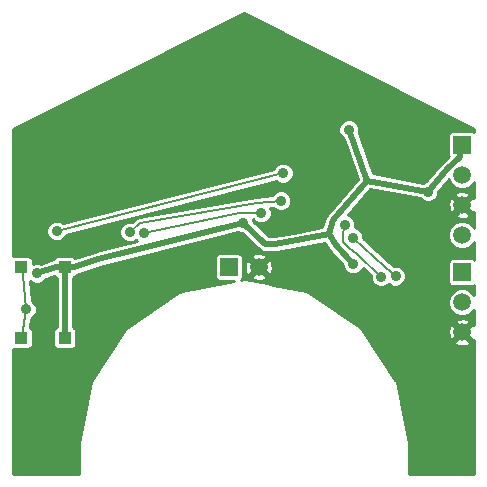
<source format=gbl>
G04 (created by PCBNEW (2013-07-07 BZR 4022)-stable) date 24/01/2015 20:57:02*
%MOIN*%
G04 Gerber Fmt 3.4, Leading zero omitted, Abs format*
%FSLAX34Y34*%
G01*
G70*
G90*
G04 APERTURE LIST*
%ADD10C,0.00590551*%
%ADD11R,0.0590551X0.0590551*%
%ADD12C,0.0590551*%
%ADD13R,0.0433X0.0394*%
%ADD14C,0.0354331*%
%ADD15C,0.019685*%
%ADD16C,0.00787402*%
%ADD17C,0.01*%
G04 APERTURE END LIST*
G54D10*
G54D11*
X74015Y-45940D03*
G54D12*
X74015Y-46940D03*
X74015Y-47940D03*
X74015Y-48940D03*
G54D11*
X74015Y-50181D03*
G54D12*
X74015Y-51181D03*
X74015Y-52181D03*
G54D11*
X66232Y-50000D03*
G54D12*
X67232Y-50000D03*
G54D13*
X59311Y-52362D03*
X60767Y-52362D03*
X60767Y-50000D03*
X59311Y-50000D03*
G54D14*
X59840Y-50207D03*
X72878Y-47489D03*
X70234Y-45422D03*
X70383Y-49906D03*
X66702Y-48524D03*
X62929Y-48830D03*
X67975Y-47790D03*
X71794Y-50308D03*
X70375Y-49018D03*
X71314Y-50324D03*
X70100Y-48601D03*
X63405Y-48871D03*
X67318Y-48204D03*
X69798Y-50849D03*
X60729Y-56282D03*
X62024Y-50135D03*
X68474Y-44700D03*
X69440Y-47007D03*
X67618Y-48846D03*
X60000Y-47322D03*
X61811Y-47322D03*
X63622Y-47322D03*
X59921Y-45590D03*
X61811Y-45511D03*
X63622Y-45511D03*
X64645Y-44330D03*
X66582Y-43718D03*
X68818Y-43700D03*
X70000Y-44488D03*
X72598Y-45748D03*
X70051Y-47263D03*
X64962Y-49646D03*
X63779Y-50787D03*
X59291Y-53070D03*
X60078Y-51496D03*
X61259Y-50708D03*
X70708Y-51102D03*
X70866Y-51732D03*
X71889Y-53385D03*
X72440Y-54724D03*
X73345Y-56280D03*
X72783Y-50573D03*
X64881Y-46535D03*
X68582Y-49763D03*
X59492Y-51417D03*
X60495Y-48802D03*
X68050Y-46876D03*
G54D15*
X70841Y-47119D02*
X70234Y-45422D01*
X67781Y-49240D02*
X69560Y-48915D01*
X67455Y-49240D02*
X67781Y-49240D01*
X66702Y-48524D02*
X67455Y-49240D01*
X69798Y-49277D02*
X69560Y-48915D01*
X70383Y-49906D02*
X69798Y-49277D01*
X73515Y-46732D02*
X72878Y-47489D01*
X73926Y-46321D02*
X73515Y-46732D01*
X73937Y-46236D02*
X73926Y-46321D01*
X73937Y-46137D02*
X73937Y-46236D01*
X74015Y-45940D02*
X73937Y-46137D01*
X72878Y-47489D02*
X70841Y-47119D01*
X60649Y-50000D02*
X60767Y-50000D01*
X60550Y-50000D02*
X60649Y-50000D01*
X60469Y-50000D02*
X60550Y-50000D01*
X59840Y-50207D02*
X60469Y-50000D01*
X60885Y-50000D02*
X60767Y-50000D01*
X60983Y-50000D02*
X60885Y-50000D01*
X61065Y-50000D02*
X60983Y-50000D01*
X61861Y-49741D02*
X61065Y-50000D01*
X66702Y-48524D02*
X61861Y-49741D01*
X60767Y-52263D02*
X60767Y-52362D01*
X60767Y-52165D02*
X60767Y-52263D01*
X60767Y-50197D02*
X60767Y-52165D01*
X60767Y-50098D02*
X60767Y-50197D01*
X60767Y-50000D02*
X60767Y-50098D01*
X69706Y-48438D02*
X70841Y-47119D01*
X69560Y-48915D02*
X69706Y-48438D01*
G54D16*
X67180Y-47870D02*
X67975Y-47790D01*
X63267Y-48537D02*
X67180Y-47870D01*
X62929Y-48830D02*
X63267Y-48537D01*
X71452Y-49989D02*
X70375Y-49018D01*
X71794Y-50308D02*
X71452Y-49989D01*
X66841Y-48189D02*
X67318Y-48204D01*
X66564Y-48189D02*
X66841Y-48189D01*
X63405Y-48871D02*
X66564Y-48189D01*
X70040Y-48880D02*
X70100Y-48601D01*
X70040Y-49157D02*
X70040Y-48880D01*
X70236Y-49353D02*
X70040Y-49157D01*
X70521Y-49571D02*
X70236Y-49353D01*
X71314Y-50324D02*
X70521Y-49571D01*
G54D15*
X70708Y-51102D02*
X69798Y-50849D01*
X66617Y-49488D02*
X67232Y-50000D01*
X66026Y-49488D02*
X66617Y-49488D01*
X65847Y-49488D02*
X66026Y-49488D01*
X64962Y-49646D02*
X65847Y-49488D01*
X60729Y-56282D02*
X62024Y-50135D01*
X67618Y-48846D02*
X69440Y-47007D01*
X62024Y-50135D02*
X64962Y-49646D01*
X71957Y-50701D02*
X70708Y-51102D01*
X72783Y-50573D02*
X71957Y-50701D01*
X73506Y-48726D02*
X74015Y-47940D01*
X73503Y-48732D02*
X73506Y-48726D01*
X72783Y-50573D02*
X73503Y-48732D01*
X74015Y-52181D02*
X72783Y-50573D01*
X68474Y-44700D02*
X69440Y-47007D01*
G54D16*
X59370Y-50157D02*
X59311Y-50000D01*
X59370Y-50197D02*
X59370Y-50157D01*
X59370Y-50262D02*
X59370Y-50197D01*
X59492Y-51417D02*
X59370Y-50262D01*
X59370Y-52099D02*
X59492Y-51417D01*
X59370Y-52165D02*
X59370Y-52099D01*
X59370Y-52204D02*
X59370Y-52165D01*
X59311Y-52362D02*
X59370Y-52204D01*
X60495Y-48802D02*
X68050Y-46876D01*
G54D10*
G36*
X74418Y-45515D02*
X74406Y-45503D01*
X74344Y-45477D01*
X74277Y-45477D01*
X73687Y-45477D01*
X73625Y-45503D01*
X73578Y-45550D01*
X73552Y-45612D01*
X73552Y-45678D01*
X73552Y-46269D01*
X73566Y-46304D01*
X73326Y-46544D01*
X73319Y-46554D01*
X73311Y-46561D01*
X72820Y-47144D01*
X72809Y-47144D01*
X72706Y-47187D01*
X71041Y-46884D01*
X70559Y-45539D01*
X70579Y-45491D01*
X70579Y-45354D01*
X70527Y-45227D01*
X70430Y-45129D01*
X70303Y-45077D01*
X70166Y-45077D01*
X70039Y-45129D01*
X69941Y-45226D01*
X69889Y-45353D01*
X69889Y-45490D01*
X69941Y-45617D01*
X70038Y-45714D01*
X70059Y-45723D01*
X70538Y-47062D01*
X69504Y-48264D01*
X69502Y-48267D01*
X69501Y-48269D01*
X69480Y-48307D01*
X69453Y-48355D01*
X69452Y-48358D01*
X69451Y-48360D01*
X69353Y-48683D01*
X68396Y-48857D01*
X68396Y-46808D01*
X68343Y-46681D01*
X68246Y-46584D01*
X68119Y-46531D01*
X67982Y-46531D01*
X67855Y-46584D01*
X67758Y-46681D01*
X67732Y-46743D01*
X60713Y-48532D01*
X60691Y-48509D01*
X60564Y-48457D01*
X60426Y-48456D01*
X60299Y-48509D01*
X60202Y-48606D01*
X60150Y-48733D01*
X60149Y-48870D01*
X60202Y-48997D01*
X60299Y-49094D01*
X60426Y-49147D01*
X60563Y-49147D01*
X60690Y-49095D01*
X60787Y-48998D01*
X60813Y-48935D01*
X67831Y-47146D01*
X67854Y-47169D01*
X67981Y-47222D01*
X68119Y-47222D01*
X68246Y-47169D01*
X68343Y-47072D01*
X68396Y-46945D01*
X68396Y-46808D01*
X68396Y-48857D01*
X67757Y-48973D01*
X67561Y-48973D01*
X67047Y-48484D01*
X67047Y-48455D01*
X67026Y-48403D01*
X67028Y-48403D01*
X67122Y-48497D01*
X67249Y-48550D01*
X67387Y-48550D01*
X67514Y-48497D01*
X67611Y-48400D01*
X67663Y-48273D01*
X67664Y-48136D01*
X67621Y-48034D01*
X67721Y-48024D01*
X67779Y-48083D01*
X67906Y-48135D01*
X68044Y-48135D01*
X68170Y-48083D01*
X68268Y-47986D01*
X68320Y-47859D01*
X68320Y-47722D01*
X68268Y-47595D01*
X68171Y-47497D01*
X68044Y-47445D01*
X67907Y-47445D01*
X67780Y-47497D01*
X67683Y-47594D01*
X67675Y-47612D01*
X67159Y-47663D01*
X67157Y-47664D01*
X67144Y-47663D01*
X63232Y-48332D01*
X63216Y-48338D01*
X63202Y-48340D01*
X63181Y-48352D01*
X63156Y-48361D01*
X63144Y-48373D01*
X63131Y-48380D01*
X63006Y-48489D01*
X62998Y-48485D01*
X62860Y-48485D01*
X62733Y-48537D01*
X62636Y-48634D01*
X62583Y-48761D01*
X62583Y-48899D01*
X62636Y-49025D01*
X62733Y-49123D01*
X62860Y-49175D01*
X62997Y-49176D01*
X63124Y-49123D01*
X63146Y-49101D01*
X63181Y-49135D01*
X61796Y-49483D01*
X61788Y-49486D01*
X61778Y-49488D01*
X61120Y-49701D01*
X61079Y-49660D01*
X61017Y-49635D01*
X60950Y-49634D01*
X60517Y-49634D01*
X60455Y-49660D01*
X60408Y-49707D01*
X60392Y-49746D01*
X60386Y-49747D01*
X59966Y-49885D01*
X59909Y-49861D01*
X59772Y-49861D01*
X59696Y-49893D01*
X59696Y-49769D01*
X59670Y-49708D01*
X59623Y-49660D01*
X59561Y-49635D01*
X59494Y-49634D01*
X59061Y-49634D01*
X59046Y-49641D01*
X59046Y-45391D01*
X66726Y-41545D01*
X74418Y-45397D01*
X74418Y-45515D01*
X74418Y-45515D01*
G37*
G54D17*
X74418Y-45515D02*
X74406Y-45503D01*
X74344Y-45477D01*
X74277Y-45477D01*
X73687Y-45477D01*
X73625Y-45503D01*
X73578Y-45550D01*
X73552Y-45612D01*
X73552Y-45678D01*
X73552Y-46269D01*
X73566Y-46304D01*
X73326Y-46544D01*
X73319Y-46554D01*
X73311Y-46561D01*
X72820Y-47144D01*
X72809Y-47144D01*
X72706Y-47187D01*
X71041Y-46884D01*
X70559Y-45539D01*
X70579Y-45491D01*
X70579Y-45354D01*
X70527Y-45227D01*
X70430Y-45129D01*
X70303Y-45077D01*
X70166Y-45077D01*
X70039Y-45129D01*
X69941Y-45226D01*
X69889Y-45353D01*
X69889Y-45490D01*
X69941Y-45617D01*
X70038Y-45714D01*
X70059Y-45723D01*
X70538Y-47062D01*
X69504Y-48264D01*
X69502Y-48267D01*
X69501Y-48269D01*
X69480Y-48307D01*
X69453Y-48355D01*
X69452Y-48358D01*
X69451Y-48360D01*
X69353Y-48683D01*
X68396Y-48857D01*
X68396Y-46808D01*
X68343Y-46681D01*
X68246Y-46584D01*
X68119Y-46531D01*
X67982Y-46531D01*
X67855Y-46584D01*
X67758Y-46681D01*
X67732Y-46743D01*
X60713Y-48532D01*
X60691Y-48509D01*
X60564Y-48457D01*
X60426Y-48456D01*
X60299Y-48509D01*
X60202Y-48606D01*
X60150Y-48733D01*
X60149Y-48870D01*
X60202Y-48997D01*
X60299Y-49094D01*
X60426Y-49147D01*
X60563Y-49147D01*
X60690Y-49095D01*
X60787Y-48998D01*
X60813Y-48935D01*
X67831Y-47146D01*
X67854Y-47169D01*
X67981Y-47222D01*
X68119Y-47222D01*
X68246Y-47169D01*
X68343Y-47072D01*
X68396Y-46945D01*
X68396Y-46808D01*
X68396Y-48857D01*
X67757Y-48973D01*
X67561Y-48973D01*
X67047Y-48484D01*
X67047Y-48455D01*
X67026Y-48403D01*
X67028Y-48403D01*
X67122Y-48497D01*
X67249Y-48550D01*
X67387Y-48550D01*
X67514Y-48497D01*
X67611Y-48400D01*
X67663Y-48273D01*
X67664Y-48136D01*
X67621Y-48034D01*
X67721Y-48024D01*
X67779Y-48083D01*
X67906Y-48135D01*
X68044Y-48135D01*
X68170Y-48083D01*
X68268Y-47986D01*
X68320Y-47859D01*
X68320Y-47722D01*
X68268Y-47595D01*
X68171Y-47497D01*
X68044Y-47445D01*
X67907Y-47445D01*
X67780Y-47497D01*
X67683Y-47594D01*
X67675Y-47612D01*
X67159Y-47663D01*
X67157Y-47664D01*
X67144Y-47663D01*
X63232Y-48332D01*
X63216Y-48338D01*
X63202Y-48340D01*
X63181Y-48352D01*
X63156Y-48361D01*
X63144Y-48373D01*
X63131Y-48380D01*
X63006Y-48489D01*
X62998Y-48485D01*
X62860Y-48485D01*
X62733Y-48537D01*
X62636Y-48634D01*
X62583Y-48761D01*
X62583Y-48899D01*
X62636Y-49025D01*
X62733Y-49123D01*
X62860Y-49175D01*
X62997Y-49176D01*
X63124Y-49123D01*
X63146Y-49101D01*
X63181Y-49135D01*
X61796Y-49483D01*
X61788Y-49486D01*
X61778Y-49488D01*
X61120Y-49701D01*
X61079Y-49660D01*
X61017Y-49635D01*
X60950Y-49634D01*
X60517Y-49634D01*
X60455Y-49660D01*
X60408Y-49707D01*
X60392Y-49746D01*
X60386Y-49747D01*
X59966Y-49885D01*
X59909Y-49861D01*
X59772Y-49861D01*
X59696Y-49893D01*
X59696Y-49769D01*
X59670Y-49708D01*
X59623Y-49660D01*
X59561Y-49635D01*
X59494Y-49634D01*
X59061Y-49634D01*
X59046Y-49641D01*
X59046Y-45391D01*
X66726Y-41545D01*
X74418Y-45397D01*
X74418Y-45515D01*
G54D10*
G36*
X74418Y-56898D02*
X74283Y-56898D01*
X74283Y-52517D01*
X74015Y-52249D01*
X73947Y-52318D01*
X73947Y-52181D01*
X73679Y-51912D01*
X73607Y-51944D01*
X73547Y-52118D01*
X73559Y-52302D01*
X73607Y-52418D01*
X73679Y-52449D01*
X73947Y-52181D01*
X73947Y-52318D01*
X73747Y-52517D01*
X73778Y-52589D01*
X73953Y-52649D01*
X74137Y-52637D01*
X74252Y-52589D01*
X74283Y-52517D01*
X74283Y-56898D01*
X72235Y-56898D01*
X72235Y-55905D01*
X72229Y-55878D01*
X72229Y-55869D01*
X71826Y-53835D01*
X71798Y-53767D01*
X71792Y-53760D01*
X70650Y-52049D01*
X70647Y-52041D01*
X70595Y-51989D01*
X68876Y-50843D01*
X68870Y-50837D01*
X68803Y-50809D01*
X67700Y-50590D01*
X67700Y-50062D01*
X67688Y-49878D01*
X67640Y-49762D01*
X67568Y-49731D01*
X67500Y-49800D01*
X67500Y-49663D01*
X67469Y-49591D01*
X67294Y-49531D01*
X67110Y-49543D01*
X66995Y-49591D01*
X66964Y-49663D01*
X67232Y-49931D01*
X67500Y-49663D01*
X67500Y-49800D01*
X67300Y-50000D01*
X67568Y-50268D01*
X67640Y-50237D01*
X67700Y-50062D01*
X67700Y-50590D01*
X67500Y-50551D01*
X67500Y-50336D01*
X67232Y-50068D01*
X67163Y-50136D01*
X67163Y-50000D01*
X66895Y-49731D01*
X66823Y-49762D01*
X66763Y-49937D01*
X66775Y-50121D01*
X66823Y-50237D01*
X66895Y-50268D01*
X67163Y-50000D01*
X67163Y-50136D01*
X66964Y-50336D01*
X66995Y-50408D01*
X67169Y-50468D01*
X67353Y-50456D01*
X67469Y-50408D01*
X67500Y-50336D01*
X67500Y-50551D01*
X66768Y-50406D01*
X66695Y-50406D01*
X66686Y-50409D01*
X66641Y-50418D01*
X66669Y-50390D01*
X66695Y-50328D01*
X66695Y-50261D01*
X66695Y-49671D01*
X66670Y-49609D01*
X66622Y-49562D01*
X66561Y-49536D01*
X66494Y-49536D01*
X65903Y-49536D01*
X65841Y-49562D01*
X65794Y-49609D01*
X65768Y-49671D01*
X65768Y-49738D01*
X65768Y-50328D01*
X65794Y-50390D01*
X65841Y-50437D01*
X65903Y-50463D01*
X65970Y-50463D01*
X66416Y-50463D01*
X64661Y-50810D01*
X64594Y-50838D01*
X64587Y-50845D01*
X62876Y-51986D01*
X62868Y-51990D01*
X62816Y-52042D01*
X61669Y-53760D01*
X61663Y-53767D01*
X61635Y-53834D01*
X61233Y-55869D01*
X61233Y-55887D01*
X61229Y-55905D01*
X61229Y-56898D01*
X59046Y-56898D01*
X59046Y-52720D01*
X59061Y-52727D01*
X59128Y-52727D01*
X59561Y-52727D01*
X59622Y-52701D01*
X59670Y-52654D01*
X59695Y-52592D01*
X59696Y-52525D01*
X59696Y-52131D01*
X59670Y-52070D01*
X59623Y-52022D01*
X59596Y-52011D01*
X59647Y-51726D01*
X59687Y-51710D01*
X59784Y-51613D01*
X59837Y-51486D01*
X59837Y-51348D01*
X59784Y-51221D01*
X59687Y-51124D01*
X59668Y-51116D01*
X59599Y-50453D01*
X59645Y-50499D01*
X59771Y-50552D01*
X59909Y-50552D01*
X60036Y-50499D01*
X60133Y-50402D01*
X60138Y-50389D01*
X60414Y-50298D01*
X60455Y-50339D01*
X60500Y-50358D01*
X60500Y-52003D01*
X60455Y-52022D01*
X60408Y-52069D01*
X60382Y-52131D01*
X60382Y-52198D01*
X60382Y-52592D01*
X60408Y-52654D01*
X60455Y-52701D01*
X60517Y-52727D01*
X60584Y-52727D01*
X61017Y-52727D01*
X61078Y-52701D01*
X61126Y-52654D01*
X61151Y-52592D01*
X61152Y-52525D01*
X61152Y-52131D01*
X61126Y-52070D01*
X61079Y-52022D01*
X61033Y-52003D01*
X61033Y-50358D01*
X61078Y-50339D01*
X61126Y-50292D01*
X61142Y-50254D01*
X61147Y-50253D01*
X61931Y-49998D01*
X66556Y-48837D01*
X66633Y-48869D01*
X66678Y-48869D01*
X67271Y-49433D01*
X67318Y-49463D01*
X67353Y-49486D01*
X67355Y-49487D01*
X67359Y-49489D01*
X67412Y-49498D01*
X67455Y-49506D01*
X67461Y-49506D01*
X67461Y-49507D01*
X67461Y-49506D01*
X67781Y-49506D01*
X67804Y-49502D01*
X67829Y-49502D01*
X69435Y-49210D01*
X69576Y-49424D01*
X69591Y-49439D01*
X69603Y-49459D01*
X70037Y-49926D01*
X70037Y-49974D01*
X70090Y-50101D01*
X70187Y-50198D01*
X70314Y-50251D01*
X70451Y-50251D01*
X70578Y-50199D01*
X70675Y-50102D01*
X70704Y-50031D01*
X70968Y-50281D01*
X70968Y-50392D01*
X71021Y-50519D01*
X71118Y-50616D01*
X71245Y-50669D01*
X71382Y-50669D01*
X71509Y-50617D01*
X71562Y-50564D01*
X71598Y-50600D01*
X71725Y-50653D01*
X71862Y-50653D01*
X71989Y-50600D01*
X72087Y-50503D01*
X72139Y-50377D01*
X72139Y-50239D01*
X72087Y-50112D01*
X71990Y-50015D01*
X71863Y-49962D01*
X71727Y-49962D01*
X71594Y-49838D01*
X71593Y-49837D01*
X71591Y-49835D01*
X70720Y-49050D01*
X70720Y-48950D01*
X70667Y-48823D01*
X70570Y-48726D01*
X70444Y-48673D01*
X70445Y-48670D01*
X70445Y-48533D01*
X70393Y-48406D01*
X70296Y-48309D01*
X70202Y-48270D01*
X70944Y-47408D01*
X72612Y-47711D01*
X72682Y-47782D01*
X72809Y-47834D01*
X72946Y-47835D01*
X73073Y-47782D01*
X73170Y-47685D01*
X73223Y-47558D01*
X73223Y-47493D01*
X73571Y-47079D01*
X73622Y-47203D01*
X73752Y-47333D01*
X73923Y-47404D01*
X74107Y-47404D01*
X74277Y-47334D01*
X74408Y-47203D01*
X74418Y-47179D01*
X74418Y-47701D01*
X74352Y-47672D01*
X74283Y-47741D01*
X74283Y-47604D01*
X74252Y-47532D01*
X74078Y-47472D01*
X73894Y-47484D01*
X73778Y-47532D01*
X73747Y-47604D01*
X74015Y-47872D01*
X74283Y-47604D01*
X74283Y-47741D01*
X74084Y-47940D01*
X74352Y-48209D01*
X74418Y-48180D01*
X74418Y-48702D01*
X74408Y-48678D01*
X74283Y-48553D01*
X74283Y-48277D01*
X74015Y-48009D01*
X73947Y-48077D01*
X73947Y-47940D01*
X73679Y-47672D01*
X73607Y-47703D01*
X73547Y-47878D01*
X73559Y-48062D01*
X73607Y-48178D01*
X73679Y-48209D01*
X73947Y-47940D01*
X73947Y-48077D01*
X73747Y-48277D01*
X73778Y-48349D01*
X73953Y-48409D01*
X74137Y-48397D01*
X74252Y-48349D01*
X74283Y-48277D01*
X74283Y-48553D01*
X74278Y-48548D01*
X74108Y-48477D01*
X73923Y-48477D01*
X73753Y-48547D01*
X73623Y-48678D01*
X73552Y-48848D01*
X73552Y-49032D01*
X73622Y-49203D01*
X73752Y-49333D01*
X73923Y-49404D01*
X74107Y-49404D01*
X74277Y-49334D01*
X74408Y-49203D01*
X74418Y-49179D01*
X74418Y-49755D01*
X74406Y-49743D01*
X74344Y-49717D01*
X74277Y-49717D01*
X73687Y-49717D01*
X73625Y-49743D01*
X73578Y-49790D01*
X73552Y-49852D01*
X73552Y-49919D01*
X73552Y-50509D01*
X73577Y-50571D01*
X73625Y-50618D01*
X73686Y-50644D01*
X73753Y-50644D01*
X74344Y-50644D01*
X74406Y-50618D01*
X74418Y-50606D01*
X74418Y-50942D01*
X74408Y-50918D01*
X74278Y-50788D01*
X74108Y-50717D01*
X73923Y-50717D01*
X73753Y-50788D01*
X73623Y-50918D01*
X73552Y-51088D01*
X73552Y-51272D01*
X73622Y-51443D01*
X73752Y-51573D01*
X73923Y-51644D01*
X74107Y-51644D01*
X74277Y-51574D01*
X74408Y-51443D01*
X74418Y-51419D01*
X74418Y-51941D01*
X74352Y-51912D01*
X74283Y-51981D01*
X74283Y-51844D01*
X74252Y-51772D01*
X74078Y-51712D01*
X73894Y-51724D01*
X73778Y-51772D01*
X73747Y-51844D01*
X74015Y-52112D01*
X74283Y-51844D01*
X74283Y-51981D01*
X74084Y-52181D01*
X74352Y-52449D01*
X74418Y-52420D01*
X74418Y-56898D01*
X74418Y-56898D01*
G37*
G54D17*
X74418Y-56898D02*
X74283Y-56898D01*
X74283Y-52517D01*
X74015Y-52249D01*
X73947Y-52318D01*
X73947Y-52181D01*
X73679Y-51912D01*
X73607Y-51944D01*
X73547Y-52118D01*
X73559Y-52302D01*
X73607Y-52418D01*
X73679Y-52449D01*
X73947Y-52181D01*
X73947Y-52318D01*
X73747Y-52517D01*
X73778Y-52589D01*
X73953Y-52649D01*
X74137Y-52637D01*
X74252Y-52589D01*
X74283Y-52517D01*
X74283Y-56898D01*
X72235Y-56898D01*
X72235Y-55905D01*
X72229Y-55878D01*
X72229Y-55869D01*
X71826Y-53835D01*
X71798Y-53767D01*
X71792Y-53760D01*
X70650Y-52049D01*
X70647Y-52041D01*
X70595Y-51989D01*
X68876Y-50843D01*
X68870Y-50837D01*
X68803Y-50809D01*
X67700Y-50590D01*
X67700Y-50062D01*
X67688Y-49878D01*
X67640Y-49762D01*
X67568Y-49731D01*
X67500Y-49800D01*
X67500Y-49663D01*
X67469Y-49591D01*
X67294Y-49531D01*
X67110Y-49543D01*
X66995Y-49591D01*
X66964Y-49663D01*
X67232Y-49931D01*
X67500Y-49663D01*
X67500Y-49800D01*
X67300Y-50000D01*
X67568Y-50268D01*
X67640Y-50237D01*
X67700Y-50062D01*
X67700Y-50590D01*
X67500Y-50551D01*
X67500Y-50336D01*
X67232Y-50068D01*
X67163Y-50136D01*
X67163Y-50000D01*
X66895Y-49731D01*
X66823Y-49762D01*
X66763Y-49937D01*
X66775Y-50121D01*
X66823Y-50237D01*
X66895Y-50268D01*
X67163Y-50000D01*
X67163Y-50136D01*
X66964Y-50336D01*
X66995Y-50408D01*
X67169Y-50468D01*
X67353Y-50456D01*
X67469Y-50408D01*
X67500Y-50336D01*
X67500Y-50551D01*
X66768Y-50406D01*
X66695Y-50406D01*
X66686Y-50409D01*
X66641Y-50418D01*
X66669Y-50390D01*
X66695Y-50328D01*
X66695Y-50261D01*
X66695Y-49671D01*
X66670Y-49609D01*
X66622Y-49562D01*
X66561Y-49536D01*
X66494Y-49536D01*
X65903Y-49536D01*
X65841Y-49562D01*
X65794Y-49609D01*
X65768Y-49671D01*
X65768Y-49738D01*
X65768Y-50328D01*
X65794Y-50390D01*
X65841Y-50437D01*
X65903Y-50463D01*
X65970Y-50463D01*
X66416Y-50463D01*
X64661Y-50810D01*
X64594Y-50838D01*
X64587Y-50845D01*
X62876Y-51986D01*
X62868Y-51990D01*
X62816Y-52042D01*
X61669Y-53760D01*
X61663Y-53767D01*
X61635Y-53834D01*
X61233Y-55869D01*
X61233Y-55887D01*
X61229Y-55905D01*
X61229Y-56898D01*
X59046Y-56898D01*
X59046Y-52720D01*
X59061Y-52727D01*
X59128Y-52727D01*
X59561Y-52727D01*
X59622Y-52701D01*
X59670Y-52654D01*
X59695Y-52592D01*
X59696Y-52525D01*
X59696Y-52131D01*
X59670Y-52070D01*
X59623Y-52022D01*
X59596Y-52011D01*
X59647Y-51726D01*
X59687Y-51710D01*
X59784Y-51613D01*
X59837Y-51486D01*
X59837Y-51348D01*
X59784Y-51221D01*
X59687Y-51124D01*
X59668Y-51116D01*
X59599Y-50453D01*
X59645Y-50499D01*
X59771Y-50552D01*
X59909Y-50552D01*
X60036Y-50499D01*
X60133Y-50402D01*
X60138Y-50389D01*
X60414Y-50298D01*
X60455Y-50339D01*
X60500Y-50358D01*
X60500Y-52003D01*
X60455Y-52022D01*
X60408Y-52069D01*
X60382Y-52131D01*
X60382Y-52198D01*
X60382Y-52592D01*
X60408Y-52654D01*
X60455Y-52701D01*
X60517Y-52727D01*
X60584Y-52727D01*
X61017Y-52727D01*
X61078Y-52701D01*
X61126Y-52654D01*
X61151Y-52592D01*
X61152Y-52525D01*
X61152Y-52131D01*
X61126Y-52070D01*
X61079Y-52022D01*
X61033Y-52003D01*
X61033Y-50358D01*
X61078Y-50339D01*
X61126Y-50292D01*
X61142Y-50254D01*
X61147Y-50253D01*
X61931Y-49998D01*
X66556Y-48837D01*
X66633Y-48869D01*
X66678Y-48869D01*
X67271Y-49433D01*
X67318Y-49463D01*
X67353Y-49486D01*
X67355Y-49487D01*
X67359Y-49489D01*
X67412Y-49498D01*
X67455Y-49506D01*
X67461Y-49506D01*
X67461Y-49507D01*
X67461Y-49506D01*
X67781Y-49506D01*
X67804Y-49502D01*
X67829Y-49502D01*
X69435Y-49210D01*
X69576Y-49424D01*
X69591Y-49439D01*
X69603Y-49459D01*
X70037Y-49926D01*
X70037Y-49974D01*
X70090Y-50101D01*
X70187Y-50198D01*
X70314Y-50251D01*
X70451Y-50251D01*
X70578Y-50199D01*
X70675Y-50102D01*
X70704Y-50031D01*
X70968Y-50281D01*
X70968Y-50392D01*
X71021Y-50519D01*
X71118Y-50616D01*
X71245Y-50669D01*
X71382Y-50669D01*
X71509Y-50617D01*
X71562Y-50564D01*
X71598Y-50600D01*
X71725Y-50653D01*
X71862Y-50653D01*
X71989Y-50600D01*
X72087Y-50503D01*
X72139Y-50377D01*
X72139Y-50239D01*
X72087Y-50112D01*
X71990Y-50015D01*
X71863Y-49962D01*
X71727Y-49962D01*
X71594Y-49838D01*
X71593Y-49837D01*
X71591Y-49835D01*
X70720Y-49050D01*
X70720Y-48950D01*
X70667Y-48823D01*
X70570Y-48726D01*
X70444Y-48673D01*
X70445Y-48670D01*
X70445Y-48533D01*
X70393Y-48406D01*
X70296Y-48309D01*
X70202Y-48270D01*
X70944Y-47408D01*
X72612Y-47711D01*
X72682Y-47782D01*
X72809Y-47834D01*
X72946Y-47835D01*
X73073Y-47782D01*
X73170Y-47685D01*
X73223Y-47558D01*
X73223Y-47493D01*
X73571Y-47079D01*
X73622Y-47203D01*
X73752Y-47333D01*
X73923Y-47404D01*
X74107Y-47404D01*
X74277Y-47334D01*
X74408Y-47203D01*
X74418Y-47179D01*
X74418Y-47701D01*
X74352Y-47672D01*
X74283Y-47741D01*
X74283Y-47604D01*
X74252Y-47532D01*
X74078Y-47472D01*
X73894Y-47484D01*
X73778Y-47532D01*
X73747Y-47604D01*
X74015Y-47872D01*
X74283Y-47604D01*
X74283Y-47741D01*
X74084Y-47940D01*
X74352Y-48209D01*
X74418Y-48180D01*
X74418Y-48702D01*
X74408Y-48678D01*
X74283Y-48553D01*
X74283Y-48277D01*
X74015Y-48009D01*
X73947Y-48077D01*
X73947Y-47940D01*
X73679Y-47672D01*
X73607Y-47703D01*
X73547Y-47878D01*
X73559Y-48062D01*
X73607Y-48178D01*
X73679Y-48209D01*
X73947Y-47940D01*
X73947Y-48077D01*
X73747Y-48277D01*
X73778Y-48349D01*
X73953Y-48409D01*
X74137Y-48397D01*
X74252Y-48349D01*
X74283Y-48277D01*
X74283Y-48553D01*
X74278Y-48548D01*
X74108Y-48477D01*
X73923Y-48477D01*
X73753Y-48547D01*
X73623Y-48678D01*
X73552Y-48848D01*
X73552Y-49032D01*
X73622Y-49203D01*
X73752Y-49333D01*
X73923Y-49404D01*
X74107Y-49404D01*
X74277Y-49334D01*
X74408Y-49203D01*
X74418Y-49179D01*
X74418Y-49755D01*
X74406Y-49743D01*
X74344Y-49717D01*
X74277Y-49717D01*
X73687Y-49717D01*
X73625Y-49743D01*
X73578Y-49790D01*
X73552Y-49852D01*
X73552Y-49919D01*
X73552Y-50509D01*
X73577Y-50571D01*
X73625Y-50618D01*
X73686Y-50644D01*
X73753Y-50644D01*
X74344Y-50644D01*
X74406Y-50618D01*
X74418Y-50606D01*
X74418Y-50942D01*
X74408Y-50918D01*
X74278Y-50788D01*
X74108Y-50717D01*
X73923Y-50717D01*
X73753Y-50788D01*
X73623Y-50918D01*
X73552Y-51088D01*
X73552Y-51272D01*
X73622Y-51443D01*
X73752Y-51573D01*
X73923Y-51644D01*
X74107Y-51644D01*
X74277Y-51574D01*
X74408Y-51443D01*
X74418Y-51419D01*
X74418Y-51941D01*
X74352Y-51912D01*
X74283Y-51981D01*
X74283Y-51844D01*
X74252Y-51772D01*
X74078Y-51712D01*
X73894Y-51724D01*
X73778Y-51772D01*
X73747Y-51844D01*
X74015Y-52112D01*
X74283Y-51844D01*
X74283Y-51981D01*
X74084Y-52181D01*
X74352Y-52449D01*
X74418Y-52420D01*
X74418Y-56898D01*
M02*

</source>
